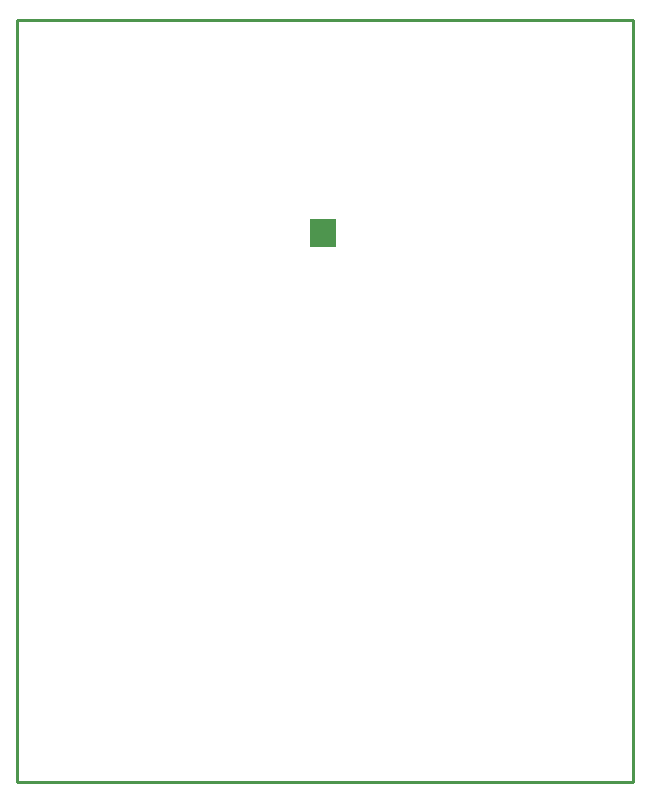
<source format=gbp>
G04*
G04 #@! TF.GenerationSoftware,Altium Limited,Altium Designer,20.0.11 (256)*
G04*
G04 Layer_Color=128*
%FSLAX25Y25*%
%MOIN*%
G70*
G01*
G75*
%ADD14C,0.01000*%
%ADD59R,0.05000X0.02500*%
%ADD62R,0.08661X0.09606*%
D14*
X320000Y146500D02*
X525500D01*
Y400500D01*
X320000D02*
X525500D01*
X320000Y146500D02*
Y400500D01*
D59*
X421894Y327908D02*
D03*
Y331151D02*
D03*
D62*
X421894Y329530D02*
D03*
M02*

</source>
